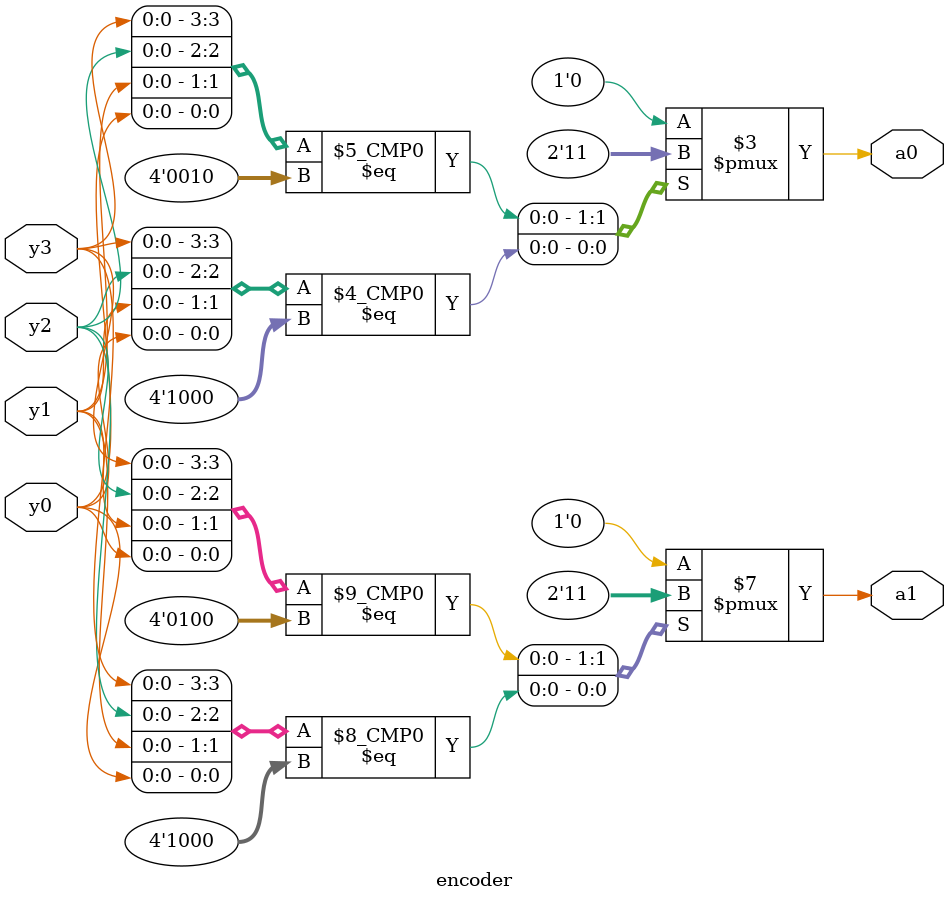
<source format=sv>
module encoder(input y3,y2,y1,y0,output a1,a0);
	logic y3,y2,y1,y0;
	logic a1,a0;
	
		always @(*) begin
		case({y3,y2,y1,y0}) 
			4'b0001: begin a1=1'b0; a0=1'b0; end
			4'b0010: begin a1=1'b0; a0=1'b1; end
			4'b0100: begin a1=1'b1; a0=1'b0; end
			4'b1000: begin a1=1'b1; a0=1'b1; end
			default:  begin a1=1'b0; a0=1'b0; end
		endcase
	end
endmodule
			

</source>
